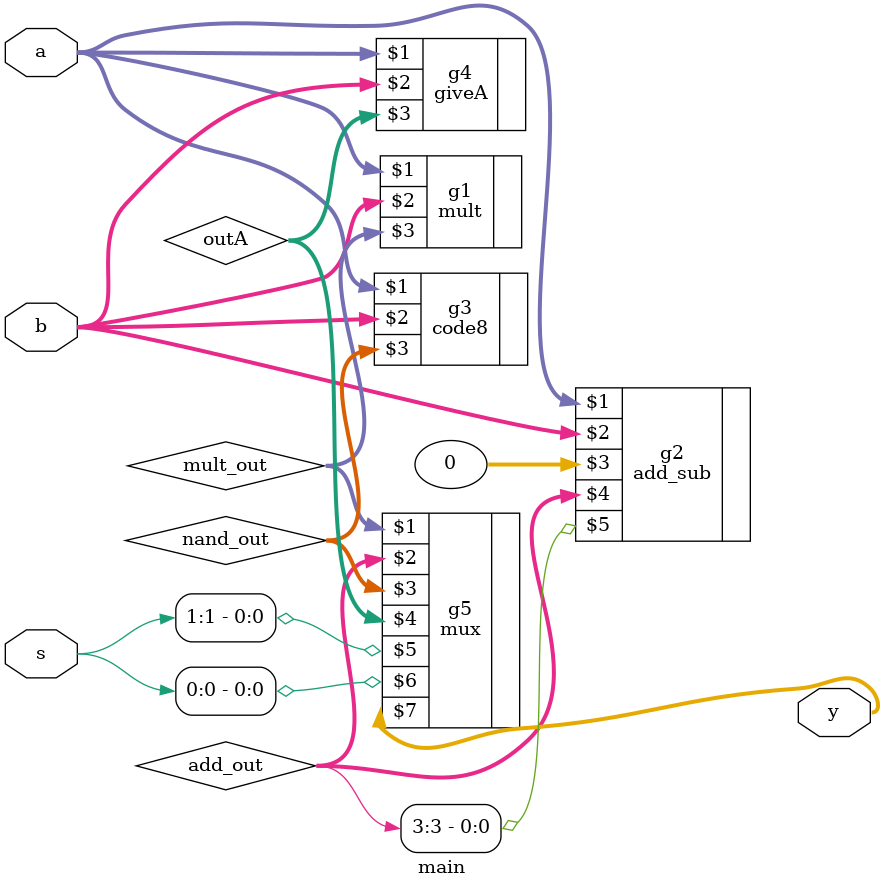
<source format=v>
`timescale 1ns / 1ps
module main(a,b,s,y);
input [1:0]a;
input [1:0]s;
input [1:0]b;
output [3:0]y;
wire [4:0]mult_out;
wire [3:0]add_out;
wire [1:0]nand_out;
wire [1:0]outA;
mult g1(a,b,mult_out);
add_sub g2(a,b,0,add_out,add_out[3]);
code8 g3(a,b,nand_out);
giveA g4(a,b,outA);
mux g5(mult_out,add_out,nand_out,outA,s[1],s[0],y);
endmodule
</source>
